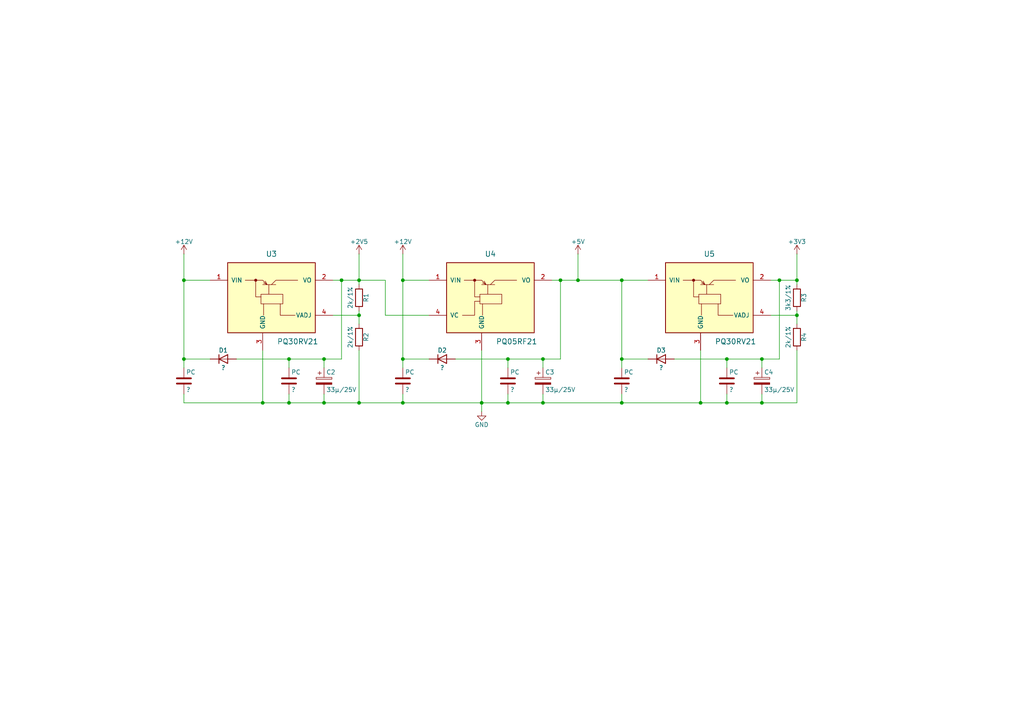
<source format=kicad_sch>
(kicad_sch (version 20231120) (generator "eeschema") (generator_version "8.0")
  (paper "A4")
  (title_block (title "Wide-Boy64 AGB") (date "2024-06-20") (rev "2") (company "CC-BY-SA-4.0 Michael Singer") (comment 1 "https://github.com/msinger/wideboy/") (comment 2 "http://iceboy.a-singer.de/"))
  (lib_symbols
    (symbol "Device:C" (pin_numbers hide) (pin_names (offset 0.254))
      (property "Reference" "C" (at 0.635 2.54 0))
      (property "Value" "C" (at 0.635 -2.54 0))
      (symbol "C_0_1"
        (polyline (pts (xy -2.032 -0.762) (xy 2.032 -0.762)) (stroke (width 0.508)))
        (polyline (pts (xy -2.032 0.762) (xy 2.032 0.762)) (stroke (width 0.508)))
      )
      (symbol "C_1_1"
        (pin passive line (at 0 3.81 270) (length 2.794) (name "~") (number "1"))
        (pin passive line (at 0 -3.81 90) (length 2.794) (name "~") (number "2"))
      )
    )
    (symbol "Device:C_Polarized" (pin_numbers hide) (pin_names (offset 0.254))
      (property "Reference" "C" (at 0.635 2.54 0))
      (property "Value" "C_Polarized" (at 0.635 -2.54 0))
      (symbol "C_Polarized_0_1"
        (rectangle (start -2.286 0.508) (end 2.286 1.016))
        (polyline (pts (xy -1.778 2.286) (xy -0.762 2.286)))
        (polyline (pts (xy -1.27 2.794) (xy -1.27 1.778)))
        (rectangle (start 2.286 -0.508) (end -2.286 -1.016) (fill (type outline)))
      )
      (symbol "C_Polarized_1_1"
        (pin passive line (at 0 3.81 270) (length 2.794) (name "~") (number "1"))
        (pin passive line (at 0 -3.81 90) (length 2.794) (name "~") (number "2"))
      )
    )
    (symbol "Device:D" (pin_numbers hide) (pin_names (offset 1.016) hide)
      (property "Reference" "D" (at 0 2.54 0))
      (property "Value" "D" (at 0 -2.54 0))
      (symbol "D_0_1"
        (polyline (pts (xy -1.27 1.27) (xy -1.27 -1.27)) (stroke (width 0.254)))
        (polyline (pts (xy 1.27 0) (xy -1.27 0)))
        (polyline (pts (xy 1.27 1.27) (xy 1.27 -1.27) (xy -1.27 0) (xy 1.27 1.27)) (stroke (width 0.254)))
      )
      (symbol "D_1_1"
        (pin passive line (at -3.81 0 0) (length 2.54) (name "K") (number "1"))
        (pin passive line (at 3.81 0 180) (length 2.54) (name "A") (number "2"))
      )
    )
    (symbol "Device:R" (pin_numbers hide) (pin_names (offset 0))
      (property "Reference" "R" (at 2.032 0 90))
      (property "Value" "R" (at 0 0 90))
      (symbol "R_0_1"
        (rectangle (start -1.016 -2.54) (end 1.016 2.54) (stroke (width 0.254)))
      )
      (symbol "R_1_1"
        (pin passive line (at 0 3.81 270) (length 1.27) (name "~") (number "1"))
        (pin passive line (at 0 -3.81 90) (length 1.27) (name "~") (number "2"))
      )
    )
    (symbol "Regulator_Linear_Sharp_PQxxRxxx:PQ05RF21" (pin_names (offset 1.016))
      (property "Reference" "U" (at 0 12.7 0))
      (property "Value" "PQ05RF21" (at 7.62 -12.7 0))
      (symbol "PQ05RF21_0_1"
        (circle (center -4.572 5.08) (radius 0.3556) (fill (type outline)))
        (rectangle (start -3.048 1.016) (end 3.302 -1.778))
        (polyline (pts (xy -2.54 3.81) (xy 1.27 3.81)))
        (polyline (pts (xy -2.286 -1.778) (xy -2.286 -5.08)))
        (polyline (pts (xy -0.762 3.81) (xy -0.762 1.016)))
        (polyline (pts (xy -7.62 5.08) (xy -2.54 5.08) (xy -1.27 3.81)))
        (polyline (pts (xy -4.572 5.08) (xy -4.572 0.254) (xy -3.048 0.254)))
        (polyline (pts (xy -2.286 4.318) (xy -1.27 3.81) (xy -1.778 4.826)))
        (polyline (pts (xy 0 3.81) (xy 1.27 5.08) (xy 7.62 5.08)))
        (polyline (pts (xy -3.048 -1.016) (xy -4.572 -1.016) (xy -4.572 -5.08) (xy -8.128 -5.08)))
      )
      (symbol "PQ05RF21_1_1"
        (rectangle (start -12.7 10.16) (end 12.7 -10.16) (stroke (width 0.254)) (fill (type background)))
        (pin power_in line (at -17.78 5.08 0) (length 5.08) (name "VIN") (number "1"))
        (pin power_out line (at 17.78 5.08 180) (length 5.08) (name "VO") (number "2"))
        (pin power_in line (at -2.54 -15.24 90) (length 5.08) (name "GND") (number "3"))
        (pin input line (at -17.78 -5.08 0) (length 5.08) (name "VC") (number "4"))
      )
    )
    (symbol "Regulator_Linear_Sharp_PQxxRxxx:PQ30RV21" (pin_names (offset 1.016))
      (property "Reference" "U" (at 0 12.7 0))
      (property "Value" "PQ30RV21" (at 7.62 -12.7 0))
      (symbol "PQ30RV21_0_1"
        (circle (center -4.572 5.08) (radius 0.3556) (fill (type outline)))
        (rectangle (start -3.048 1.016) (end 3.302 -1.778))
        (polyline (pts (xy -2.54 3.81) (xy 1.27 3.81)))
        (polyline (pts (xy -2.286 -1.778) (xy -2.286 -5.08)))
        (polyline (pts (xy -0.762 3.81) (xy -0.762 1.016)))
        (polyline (pts (xy -7.62 5.08) (xy -2.54 5.08) (xy -1.27 3.81)))
        (polyline (pts (xy -4.572 5.08) (xy -4.572 0.254) (xy -3.048 0.254)))
        (polyline (pts (xy -2.286 4.318) (xy -1.27 3.81) (xy -1.778 4.826)))
        (polyline (pts (xy 0 3.81) (xy 1.27 5.08) (xy 7.62 5.08)))
        (polyline (pts (xy 2.54 -1.778) (xy 2.54 -5.08) (xy 6.858 -5.08)))
      )
      (symbol "PQ30RV21_1_1"
        (rectangle (start -12.7 10.16) (end 12.7 -10.16) (stroke (width 0.254)) (fill (type background)))
        (pin power_in line (at -17.78 5.08 0) (length 5.08) (name "VIN") (number "1"))
        (pin power_out line (at 17.78 5.08 180) (length 5.08) (name "VO") (number "2"))
        (pin power_in line (at -2.54 -15.24 90) (length 5.08) (name "GND") (number "3"))
        (pin input line (at 17.78 -5.08 180) (length 5.08) (name "VADJ") (number "4"))
      )
    )
    (symbol "power:+12V" (power) (pin_numbers hide) (pin_names (offset 0) hide)
      (property "Value" "+12V" (at 0 3.556 0))
      (symbol "+12V_0_1"
        (polyline (pts (xy -0.762 1.27) (xy 0 2.54)))
        (polyline (pts (xy 0 0) (xy 0 2.54)))
        (polyline (pts (xy 0 2.54) (xy 0.762 1.27)))
      )
      (symbol "+12V_1_1"
        (pin power_in line (at 0 0 90) (length 0) (name "~") (number "1"))
      )
    )
    (symbol "power:+2V5" (power) (pin_numbers hide) (pin_names (offset 0) hide)
      (property "Value" "+2V5" (at 0 3.556 0))
      (symbol "+2V5_0_1"
        (polyline (pts (xy -0.762 1.27) (xy 0 2.54)))
        (polyline (pts (xy 0 0) (xy 0 2.54)))
        (polyline (pts (xy 0 2.54) (xy 0.762 1.27)))
      )
      (symbol "+2V5_1_1"
        (pin power_in line (at 0 0 90) (length 0) (name "~") (number "1"))
      )
    )
    (symbol "power:+3V3" (power) (pin_numbers hide) (pin_names (offset 0) hide)
      (property "Value" "+3V3" (at 0 3.556 0))
      (symbol "+3V3_0_1"
        (polyline (pts (xy -0.762 1.27) (xy 0 2.54)))
        (polyline (pts (xy 0 0) (xy 0 2.54)))
        (polyline (pts (xy 0 2.54) (xy 0.762 1.27)))
      )
      (symbol "+3V3_1_1"
        (pin power_in line (at 0 0 90) (length 0) (name "~") (number "1"))
      )
    )
    (symbol "power:+5V" (power) (pin_numbers hide) (pin_names (offset 0) hide)
      (property "Value" "+5V" (at 0 3.556 0))
      (symbol "+5V_0_1"
        (polyline (pts (xy -0.762 1.27) (xy 0 2.54)))
        (polyline (pts (xy 0 0) (xy 0 2.54)))
        (polyline (pts (xy 0 2.54) (xy 0.762 1.27)))
      )
      (symbol "+5V_1_1"
        (pin power_in line (at 0 0 90) (length 0) (name "~") (number "1"))
      )
    )
    (symbol "power:GND" (power) (pin_numbers hide) (pin_names (offset 0) hide)
      (property "Value" "GND" (at 0 -3.81 0))
      (symbol "GND_0_1"
        (polyline (pts (xy 0 0) (xy 0 -1.27) (xy 1.27 -1.27) (xy 0 -2.54) (xy -1.27 -1.27) (xy 0 -1.27)))
      )
      (symbol "GND_1_1"
        (pin power_in line (at 0 0 270) (length 0) (name "~") (number "1"))
      )
    )
  )
  (junction (at 116.84 104.14))
  (junction (at 116.84 116.84))
  (junction (at 180.34 104.14))
  (junction (at 180.34 81.28))
  (junction (at 139.7 116.84))
  (junction (at 180.34 116.84))
  (junction (at 210.82 104.14))
  (junction (at 104.14 116.84))
  (junction (at 167.64 81.28))
  (junction (at 203.2 116.84))
  (junction (at 162.56 81.28))
  (junction (at 220.98 104.14))
  (junction (at 93.98 104.14))
  (junction (at 157.48 116.84))
  (junction (at 99.06 81.28))
  (junction (at 104.14 81.28))
  (junction (at 53.34 81.28))
  (junction (at 93.98 116.84))
  (junction (at 147.32 116.84))
  (junction (at 220.98 116.84))
  (junction (at 83.82 104.14))
  (junction (at 157.48 104.14))
  (junction (at 231.14 91.44))
  (junction (at 116.84 81.28))
  (junction (at 104.14 91.44))
  (junction (at 76.2 116.84))
  (junction (at 210.82 116.84))
  (junction (at 147.32 104.14))
  (junction (at 53.34 104.14))
  (junction (at 226.06 81.28))
  (junction (at 231.14 81.28))
  (junction (at 83.82 116.84))
  (wire (pts (xy 231.14 116.84) (xy 231.14 101.6)))
  (wire (pts (xy 187.96 104.14) (xy 180.34 104.14)))
  (wire (pts (xy 180.34 104.14) (xy 180.34 81.28)))
  (wire (pts (xy 93.98 114.3) (xy 93.98 116.84)))
  (wire (pts (xy 220.98 106.68) (xy 220.98 104.14)))
  (wire (pts (xy 104.14 91.44) (xy 96.52 91.44)))
  (wire (pts (xy 231.14 90.17) (xy 231.14 91.44)))
  (wire (pts (xy 83.82 104.14) (xy 83.82 106.68)))
  (wire (pts (xy 93.98 104.14) (xy 99.06 104.14)))
  (wire (pts (xy 220.98 116.84) (xy 220.98 114.3)))
  (wire (pts (xy 104.14 101.6) (xy 104.14 116.84)))
  (wire (pts (xy 68.58 104.14) (xy 83.82 104.14)))
  (wire (pts (xy 96.52 81.28) (xy 99.06 81.28)))
  (wire (pts (xy 104.14 90.17) (xy 104.14 91.44)))
  (wire (pts (xy 167.64 81.28) (xy 167.64 73.66)))
  (wire (pts (xy 162.56 81.28) (xy 167.64 81.28)))
  (wire (pts (xy 76.2 116.84) (xy 83.82 116.84)))
  (wire (pts (xy 93.98 116.84) (xy 104.14 116.84)))
  (wire (pts (xy 53.34 116.84) (xy 53.34 114.3)))
  (wire (pts (xy 111.76 81.28) (xy 111.76 91.44)))
  (wire (pts (xy 104.14 116.84) (xy 116.84 116.84)))
  (wire (pts (xy 116.84 81.28) (xy 124.46 81.28)))
  (wire (pts (xy 53.34 104.14) (xy 53.34 106.68)))
  (wire (pts (xy 83.82 104.14) (xy 93.98 104.14)))
  (wire (pts (xy 195.58 104.14) (xy 210.82 104.14)))
  (wire (pts (xy 99.06 104.14) (xy 99.06 81.28)))
  (wire (pts (xy 147.32 116.84) (xy 157.48 116.84)))
  (wire (pts (xy 231.14 81.28) (xy 231.14 82.55)))
  (wire (pts (xy 223.52 91.44) (xy 231.14 91.44)))
  (wire (pts (xy 60.96 104.14) (xy 53.34 104.14)))
  (wire (pts (xy 111.76 91.44) (xy 124.46 91.44)))
  (wire (pts (xy 139.7 116.84) (xy 147.32 116.84)))
  (wire (pts (xy 226.06 81.28) (xy 223.52 81.28)))
  (wire (pts (xy 83.82 116.84) (xy 93.98 116.84)))
  (wire (pts (xy 231.14 91.44) (xy 231.14 93.98)))
  (wire (pts (xy 139.7 101.6) (xy 139.7 116.84)))
  (wire (pts (xy 210.82 104.14) (xy 210.82 106.68)))
  (wire (pts (xy 162.56 104.14) (xy 157.48 104.14)))
  (wire (pts (xy 53.34 81.28) (xy 60.96 81.28)))
  (wire (pts (xy 180.34 116.84) (xy 203.2 116.84)))
  (wire (pts (xy 124.46 104.14) (xy 116.84 104.14)))
  (wire (pts (xy 116.84 81.28) (xy 116.84 104.14)))
  (wire (pts (xy 116.84 104.14) (xy 116.84 106.68)))
  (wire (pts (xy 93.98 106.68) (xy 93.98 104.14)))
  (wire (pts (xy 167.64 81.28) (xy 180.34 81.28)))
  (wire (pts (xy 180.34 81.28) (xy 187.96 81.28)))
  (wire (pts (xy 180.34 106.68) (xy 180.34 104.14)))
  (wire (pts (xy 231.14 81.28) (xy 226.06 81.28)))
  (wire (pts (xy 116.84 114.3) (xy 116.84 116.84)))
  (wire (pts (xy 139.7 116.84) (xy 139.7 119.38)))
  (wire (pts (xy 160.02 81.28) (xy 162.56 81.28)))
  (wire (pts (xy 226.06 104.14) (xy 226.06 81.28)))
  (wire (pts (xy 157.48 114.3) (xy 157.48 116.84)))
  (wire (pts (xy 104.14 91.44) (xy 104.14 93.98)))
  (wire (pts (xy 220.98 104.14) (xy 226.06 104.14)))
  (wire (pts (xy 53.34 73.66) (xy 53.34 81.28)))
  (wire (pts (xy 231.14 73.66) (xy 231.14 81.28)))
  (wire (pts (xy 76.2 101.6) (xy 76.2 116.84)))
  (wire (pts (xy 104.14 73.66) (xy 104.14 81.28)))
  (wire (pts (xy 203.2 116.84) (xy 210.82 116.84)))
  (wire (pts (xy 116.84 73.66) (xy 116.84 81.28)))
  (wire (pts (xy 83.82 114.3) (xy 83.82 116.84)))
  (wire (pts (xy 53.34 81.28) (xy 53.34 104.14)))
  (wire (pts (xy 157.48 104.14) (xy 157.48 106.68)))
  (wire (pts (xy 180.34 114.3) (xy 180.34 116.84)))
  (wire (pts (xy 203.2 116.84) (xy 203.2 101.6)))
  (wire (pts (xy 220.98 116.84) (xy 231.14 116.84)))
  (wire (pts (xy 157.48 104.14) (xy 147.32 104.14)))
  (wire (pts (xy 147.32 106.68) (xy 147.32 104.14)))
  (wire (pts (xy 104.14 81.28) (xy 111.76 81.28)))
  (wire (pts (xy 116.84 116.84) (xy 139.7 116.84)))
  (wire (pts (xy 210.82 116.84) (xy 220.98 116.84)))
  (wire (pts (xy 162.56 81.28) (xy 162.56 104.14)))
  (wire (pts (xy 157.48 116.84) (xy 180.34 116.84)))
  (wire (pts (xy 99.06 81.28) (xy 104.14 81.28)))
  (wire (pts (xy 104.14 81.28) (xy 104.14 82.55)))
  (wire (pts (xy 53.34 116.84) (xy 76.2 116.84)))
  (wire (pts (xy 210.82 104.14) (xy 220.98 104.14)))
  (wire (pts (xy 147.32 104.14) (xy 132.08 104.14)))
  (wire (pts (xy 210.82 116.84) (xy 210.82 114.3)))
  (wire (pts (xy 147.32 114.3) (xy 147.32 116.84)))
  (symbol (lib_id "Regulator_Linear_Sharp_PQxxRxxx:PQ30RV21") (at 78.74 86.36 0) (unit 1)
    (property "Reference" "U3" (at 78.74 73.66 0) (effects (font (size 1.524 1.524))))
    (property "Value" "PQ30RV21" (at 86.36 99.06 0) (effects (font (size 1.524 1.524))))
    (property "Datasheet" "https://datasheetspdf.com/datasheet/PQ30RV21.html" (effects (hide yes)))
    (property "Description" "Variable Output Low Power-Loss Voltage Regulator" (effects (hide yes)))
  )
  (symbol (lib_id "Regulator_Linear_Sharp_PQxxRxxx:PQ30RV21") (at 205.74 86.36 0) (unit 1)
    (property "Reference" "U5" (at 205.74 73.66 0) (effects (font (size 1.524 1.524))))
    (property "Value" "PQ30RV21" (at 213.36 99.06 0) (effects (font (size 1.524 1.524))))
    (property "Datasheet" "https://datasheetspdf.com/datasheet/PQ30RV21.html" (effects (hide yes)))
    (property "Description" "Variable Output Low Power-Loss Voltage Regulator" (effects (hide yes)))
  )
  (symbol (lib_id "Regulator_Linear_Sharp_PQxxRxxx:PQ05RF21") (at 142.24 86.36 0) (unit 1)
    (property "Reference" "U4" (at 142.24 73.66 0) (effects (font (size 1.524 1.524))))
    (property "Value" "PQ05RF21" (at 149.86 99.06 0) (effects (font (size 1.524 1.524))))
    (property "Datasheet" "https://datasheetspdf.com/datasheet/PQ05RF21.html" (effects (hide yes)))
    (property "Description" "2A Output, Low Power-Loss Voltage Regulator" (effects (hide yes)))
  )
  (symbol (lib_id "power:+12V") (at 53.34 73.66 0) (unit 1)
    (property "Reference" "#PWR030" (effects (hide yes)))
    (property "Value" "+12V" (at 53.34 70.104 0))
    (property "Description" "Power symbol creates a global label with name \"+12V\"" (effects (hide yes)))
  )
  (symbol (lib_id "power:+12V") (at 116.84 73.66 0) (unit 1)
    (property "Reference" "#PWR031" (effects (hide yes)))
    (property "Value" "+12V" (at 116.84 70.104 0))
    (property "Description" "Power symbol creates a global label with name \"+12V\"" (effects (hide yes)))
  )
  (symbol (lib_id "power:+2V5") (at 104.14 73.66 0) (unit 1)
    (property "Reference" "#PWR032" (effects (hide yes)))
    (property "Value" "+2V5" (at 104.14 70.104 0))
    (property "Description" "Power symbol creates a global label with name \"+2V5\"" (effects (hide yes)))
  )
  (symbol (lib_id "Device:R") (at 104.14 86.36 0) (unit 1)
    (property "Reference" "R1" (at 106.172 86.36 90))
    (property "Value" "2k/1%" (at 101.6 86.36 90))
    (property "Description" "Resistor" (effects (hide yes)))
  )
  (symbol (lib_id "power:GND") (at 139.7 119.38 0) (unit 1)
    (property "Reference" "#PWR033" (effects (hide yes)))
    (property "Value" "GND" (at 139.7 123.19 0))
    (property "Description" "Power symbol creates a global label with name \"GND\" , ground" (effects (hide yes)))
  )
  (symbol (lib_id "Device:R") (at 104.14 97.79 0) (unit 1)
    (property "Reference" "R2" (at 106.172 97.79 90))
    (property "Value" "2k/1%" (at 101.6 97.79 90))
    (property "Description" "Resistor" (effects (hide yes)))
  )
  (symbol (lib_id "Device:C") (at 53.34 110.49 0) (unit 1)
    (property "Reference" "PC" (at 53.975 107.95 0) (effects (justify left)))
    (property "Value" "?" (at 53.975 113.03 0) (effects (justify left)))
    (property "Description" "Unpolarized capacitor" (effects (hide yes)))
  )
  (symbol (lib_id "Device:C") (at 83.82 110.49 0) (unit 1)
    (property "Reference" "PC" (at 84.455 107.95 0) (effects (justify left)))
    (property "Value" "?" (at 84.455 113.03 0) (effects (justify left)))
    (property "Description" "Unpolarized capacitor" (effects (hide yes)))
  )
  (symbol (lib_id "Device:C_Polarized") (at 93.98 110.49 0) (unit 1)
    (property "Reference" "C2" (at 94.615 107.95 0) (effects (justify left)))
    (property "Value" "33µ/25V" (at 94.615 113.03 0) (effects (justify left)))
    (property "Description" "Polarized capacitor" (effects (hide yes)))
  )
  (symbol (lib_id "Device:D") (at 64.77 104.14 0) (unit 1)
    (property "Reference" "D1" (at 64.77 101.6 0))
    (property "Value" "?" (at 64.77 106.68 0))
    (property "Description" "Diode" (effects (hide yes)))
    (property "Sim.Device" "D" (effects (hide yes)))
    (property "Sim.Pins" "1=K 2=A" (effects (hide yes)))
  )
  (symbol (lib_id "power:+5V") (at 167.64 73.66 0) (unit 1)
    (property "Reference" "#PWR034" (effects (hide yes)))
    (property "Value" "+5V" (at 167.64 70.104 0))
    (property "Description" "Power symbol creates a global label with name \"+5V\"" (effects (hide yes)))
  )
  (symbol (lib_id "Device:C") (at 116.84 110.49 0) (unit 1)
    (property "Reference" "PC" (at 117.475 107.95 0) (effects (justify left)))
    (property "Value" "?" (at 117.475 113.03 0) (effects (justify left)))
    (property "Description" "Unpolarized capacitor" (effects (hide yes)))
  )
  (symbol (lib_id "Device:D") (at 128.27 104.14 0) (unit 1)
    (property "Reference" "D2" (at 128.27 101.6 0))
    (property "Value" "?" (at 128.27 106.68 0))
    (property "Description" "Diode" (effects (hide yes)))
    (property "Sim.Device" "D" (effects (hide yes)))
    (property "Sim.Pins" "1=K 2=A" (effects (hide yes)))
  )
  (symbol (lib_id "Device:C") (at 147.32 110.49 0) (unit 1)
    (property "Reference" "PC" (at 147.955 107.95 0) (effects (justify left)))
    (property "Value" "?" (at 147.955 113.03 0) (effects (justify left)))
    (property "Description" "Unpolarized capacitor" (effects (hide yes)))
  )
  (symbol (lib_id "Device:C_Polarized") (at 157.48 110.49 0) (unit 1)
    (property "Reference" "C3" (at 158.115 107.95 0) (effects (justify left)))
    (property "Value" "33µ/25V" (at 158.115 113.03 0) (effects (justify left)))
    (property "Description" "Polarized capacitor" (effects (hide yes)))
  )
  (symbol (lib_id "power:+3V3") (at 231.14 73.66 0) (unit 1)
    (property "Reference" "#PWR035" (effects (hide yes)))
    (property "Value" "+3V3" (at 231.14 70.104 0))
    (property "Description" "Power symbol creates a global label with name \"+3V3\"" (effects (hide yes)))
  )
  (symbol (lib_id "Device:R") (at 231.14 86.36 0) (unit 1)
    (property "Reference" "R3" (at 233.172 86.36 90))
    (property "Value" "3k3/1%" (at 228.6 86.36 90))
    (property "Description" "Resistor" (effects (hide yes)))
  )
  (symbol (lib_id "Device:R") (at 231.14 97.79 0) (unit 1)
    (property "Reference" "R4" (at 233.172 97.79 90))
    (property "Value" "2k/1%" (at 228.6 97.79 90))
    (property "Description" "Resistor" (effects (hide yes)))
  )
  (symbol (lib_id "Device:C") (at 180.34 110.49 0) (unit 1)
    (property "Reference" "PC" (at 180.975 107.95 0) (effects (justify left)))
    (property "Value" "?" (at 180.975 113.03 0) (effects (justify left)))
    (property "Description" "Unpolarized capacitor" (effects (hide yes)))
  )
  (symbol (lib_id "Device:D") (at 191.77 104.14 0) (unit 1)
    (property "Reference" "D3" (at 191.77 101.6 0))
    (property "Value" "?" (at 191.77 106.68 0))
    (property "Description" "Diode" (effects (hide yes)))
    (property "Sim.Device" "D" (effects (hide yes)))
    (property "Sim.Pins" "1=K 2=A" (effects (hide yes)))
  )
  (symbol (lib_id "Device:C") (at 210.82 110.49 0) (unit 1)
    (property "Reference" "PC" (at 211.455 107.95 0) (effects (justify left)))
    (property "Value" "?" (at 211.455 113.03 0) (effects (justify left)))
    (property "Description" "Unpolarized capacitor" (effects (hide yes)))
  )
  (symbol (lib_id "Device:C_Polarized") (at 220.98 110.49 0) (unit 1)
    (property "Reference" "C4" (at 221.615 107.95 0) (effects (justify left)))
    (property "Value" "33µ/25V" (at 221.615 113.03 0) (effects (justify left)))
    (property "Description" "Polarized capacitor" (effects (hide yes)))
  )
)
</source>
